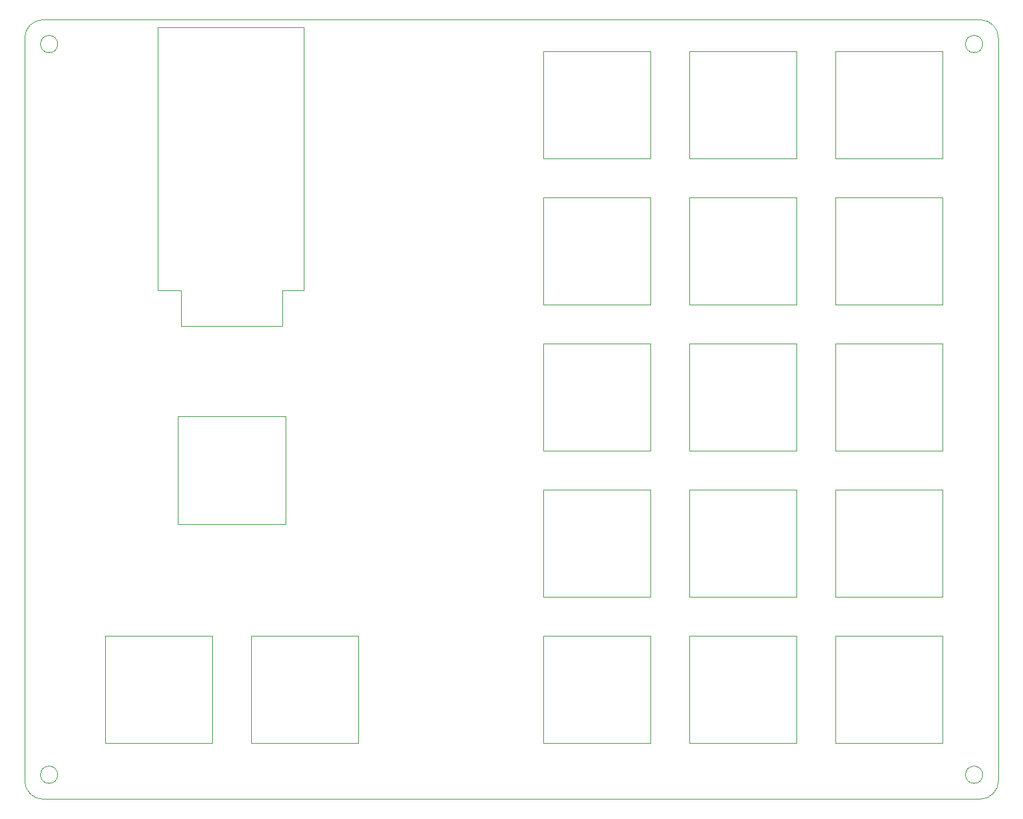
<source format=gbr>
%TF.GenerationSoftware,KiCad,Pcbnew,(5.1.10)-1*%
%TF.CreationDate,2021-08-05T22:39:10+03:00*%
%TF.ProjectId,plate-maker,706c6174-652d-46d6-916b-65722e6b6963,rev?*%
%TF.SameCoordinates,Original*%
%TF.FileFunction,Profile,NP*%
%FSLAX46Y46*%
G04 Gerber Fmt 4.6, Leading zero omitted, Abs format (unit mm)*
G04 Created by KiCad (PCBNEW (5.1.10)-1) date 2021-08-05 22:39:10*
%MOMM*%
%LPD*%
G01*
G04 APERTURE LIST*
%TA.AperFunction,Profile*%
%ADD10C,0.050000*%
%TD*%
%TA.AperFunction,Profile*%
%ADD11C,0.100000*%
%TD*%
%TA.AperFunction,Profile*%
%ADD12C,0.120000*%
%TD*%
G04 APERTURE END LIST*
D10*
X44196000Y-84455000D02*
X44196000Y-89154000D01*
X41148000Y-84455000D02*
X44196000Y-84455000D01*
X41148000Y-50165000D02*
X41148000Y-84455000D01*
X60198000Y-50165000D02*
X41148000Y-50165000D01*
X60198000Y-84455000D02*
X60198000Y-50165000D01*
X57404000Y-84455000D02*
X60198000Y-84455000D01*
X57404000Y-89154000D02*
X57404000Y-84455000D01*
X44831000Y-89154000D02*
X44196000Y-89154000D01*
X44831000Y-89154000D02*
X57404000Y-89154000D01*
X148760032Y-147637500D02*
G75*
G03*
X148760032Y-147637500I-1122532J0D01*
G01*
X28110032Y-147637500D02*
G75*
G03*
X28110032Y-147637500I-1122532J0D01*
G01*
X148760032Y-52387500D02*
G75*
G03*
X148760032Y-52387500I-1122532J0D01*
G01*
X28110032Y-52387500D02*
G75*
G03*
X28110032Y-52387500I-1122532J0D01*
G01*
X26193750Y-150812500D02*
G75*
G02*
X23812500Y-148431250I0J2381250D01*
G01*
X23812500Y-51593750D02*
G75*
G02*
X26193750Y-49212500I2381250J0D01*
G01*
X148431250Y-49212500D02*
G75*
G02*
X150812500Y-51593750I0J-2381250D01*
G01*
X150812500Y-148431250D02*
G75*
G02*
X148431250Y-150812500I-2381250J0D01*
G01*
D11*
X150812500Y-51593750D02*
X150812500Y-148431250D01*
X26193750Y-49212500D02*
X148431250Y-49212500D01*
X23812500Y-148431250D02*
X23812500Y-51593750D01*
X148431250Y-150812500D02*
X26193750Y-150812500D01*
D12*
%TO.C,SW1*%
X43800000Y-100950000D02*
X43800000Y-114950000D01*
X43800000Y-114950000D02*
X57800000Y-114950000D01*
X57800000Y-114950000D02*
X57800000Y-100950000D01*
X57800000Y-100950000D02*
X43800000Y-100950000D01*
%TO.C,SW17*%
X129525000Y-110475000D02*
X129525000Y-124475000D01*
X129525000Y-124475000D02*
X143525000Y-124475000D01*
X143525000Y-124475000D02*
X143525000Y-110475000D01*
X143525000Y-110475000D02*
X129525000Y-110475000D01*
%TO.C,SW2*%
X34275000Y-129525000D02*
X34275000Y-143525000D01*
X34275000Y-143525000D02*
X48275000Y-143525000D01*
X48275000Y-143525000D02*
X48275000Y-129525000D01*
X48275000Y-129525000D02*
X34275000Y-129525000D01*
%TO.C,SW3*%
X53325000Y-129525000D02*
X53325000Y-143525000D01*
X53325000Y-143525000D02*
X67325000Y-143525000D01*
X67325000Y-143525000D02*
X67325000Y-129525000D01*
X67325000Y-129525000D02*
X53325000Y-129525000D01*
%TO.C,SW4*%
X91425000Y-53325000D02*
X91425000Y-67325000D01*
X91425000Y-67325000D02*
X105425000Y-67325000D01*
X105425000Y-67325000D02*
X105425000Y-53325000D01*
X105425000Y-53325000D02*
X91425000Y-53325000D01*
%TO.C,SW5*%
X91425000Y-72375000D02*
X91425000Y-86375000D01*
X91425000Y-86375000D02*
X105425000Y-86375000D01*
X105425000Y-86375000D02*
X105425000Y-72375000D01*
X105425000Y-72375000D02*
X91425000Y-72375000D01*
%TO.C,SW6*%
X91425000Y-91425000D02*
X91425000Y-105425000D01*
X91425000Y-105425000D02*
X105425000Y-105425000D01*
X105425000Y-105425000D02*
X105425000Y-91425000D01*
X105425000Y-91425000D02*
X91425000Y-91425000D01*
%TO.C,SW7*%
X91425000Y-110475000D02*
X91425000Y-124475000D01*
X91425000Y-124475000D02*
X105425000Y-124475000D01*
X105425000Y-124475000D02*
X105425000Y-110475000D01*
X105425000Y-110475000D02*
X91425000Y-110475000D01*
%TO.C,SW8*%
X91425000Y-129525000D02*
X91425000Y-143525000D01*
X91425000Y-143525000D02*
X105425000Y-143525000D01*
X105425000Y-143525000D02*
X105425000Y-129525000D01*
X105425000Y-129525000D02*
X91425000Y-129525000D01*
%TO.C,SW9*%
X110475000Y-53325000D02*
X110475000Y-67325000D01*
X110475000Y-67325000D02*
X124475000Y-67325000D01*
X124475000Y-67325000D02*
X124475000Y-53325000D01*
X124475000Y-53325000D02*
X110475000Y-53325000D01*
%TO.C,SW10*%
X110475000Y-72375000D02*
X110475000Y-86375000D01*
X110475000Y-86375000D02*
X124475000Y-86375000D01*
X124475000Y-86375000D02*
X124475000Y-72375000D01*
X124475000Y-72375000D02*
X110475000Y-72375000D01*
%TO.C,SW11*%
X110475000Y-91425000D02*
X110475000Y-105425000D01*
X110475000Y-105425000D02*
X124475000Y-105425000D01*
X124475000Y-105425000D02*
X124475000Y-91425000D01*
X124475000Y-91425000D02*
X110475000Y-91425000D01*
%TO.C,SW12*%
X110475000Y-110475000D02*
X110475000Y-124475000D01*
X110475000Y-124475000D02*
X124475000Y-124475000D01*
X124475000Y-124475000D02*
X124475000Y-110475000D01*
X124475000Y-110475000D02*
X110475000Y-110475000D01*
%TO.C,SW13*%
X110475000Y-129525000D02*
X110475000Y-143525000D01*
X110475000Y-143525000D02*
X124475000Y-143525000D01*
X124475000Y-143525000D02*
X124475000Y-129525000D01*
X124475000Y-129525000D02*
X110475000Y-129525000D01*
%TO.C,SW14*%
X129525000Y-53325000D02*
X129525000Y-67325000D01*
X129525000Y-67325000D02*
X143525000Y-67325000D01*
X143525000Y-67325000D02*
X143525000Y-53325000D01*
X143525000Y-53325000D02*
X129525000Y-53325000D01*
%TO.C,SW15*%
X129525000Y-72375000D02*
X129525000Y-86375000D01*
X129525000Y-86375000D02*
X143525000Y-86375000D01*
X143525000Y-86375000D02*
X143525000Y-72375000D01*
X143525000Y-72375000D02*
X129525000Y-72375000D01*
%TO.C,SW16*%
X129525000Y-91425000D02*
X129525000Y-105425000D01*
X129525000Y-105425000D02*
X143525000Y-105425000D01*
X143525000Y-105425000D02*
X143525000Y-91425000D01*
X143525000Y-91425000D02*
X129525000Y-91425000D01*
%TO.C,SW18*%
X129525000Y-129525000D02*
X129525000Y-143525000D01*
X129525000Y-143525000D02*
X143525000Y-143525000D01*
X143525000Y-143525000D02*
X143525000Y-129525000D01*
X143525000Y-129525000D02*
X129525000Y-129525000D01*
%TD*%
M02*

</source>
